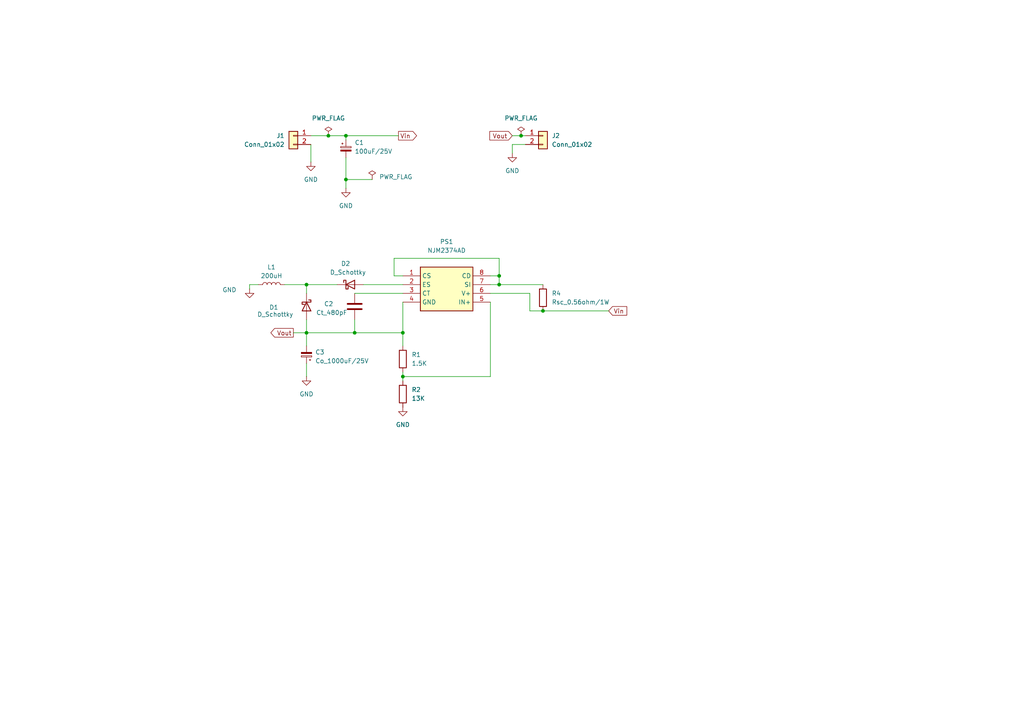
<source format=kicad_sch>
(kicad_sch (version 20231120) (generator "eeschema") (generator_version "8.0")
  (paper "A4")
  (lib_symbols
    (symbol "Connector_Generic:Conn_01x02" (pin_names (offset 1.016) hide)
      (property "Reference" "J" (at 0 2.54 0))
      (property "Value" "Conn_01x02" (at 0 -5.08 0))
      (symbol "Conn_01x02_1_1"
        (rectangle (start -1.27 -2.413) (end 0 -2.667) (stroke (width 0.1524)))
        (rectangle (start -1.27 0.127) (end 0 -0.127) (stroke (width 0.1524)))
        (rectangle (start -1.27 1.27) (end 1.27 -3.81) (stroke (width 0.254)) (fill (type background)))
        (pin passive line (at -5.08 0 0) (length 3.81) (name "Pin_1") (number "1"))
        (pin passive line (at -5.08 -2.54 0) (length 3.81) (name "Pin_2") (number "2"))
      )
    )
    (symbol "Device:C" (pin_numbers hide) (pin_names (offset 0.254))
      (property "Reference" "C" (at 0.635 2.54 0))
      (property "Value" "C" (at 0.635 -2.54 0))
      (symbol "C_0_1"
        (polyline (pts (xy -2.032 -0.762) (xy 2.032 -0.762)) (stroke (width 0.508)))
        (polyline (pts (xy -2.032 0.762) (xy 2.032 0.762)) (stroke (width 0.508)))
      )
      (symbol "C_1_1"
        (pin passive line (at 0 3.81 270) (length 2.794) (name "~") (number "1"))
        (pin passive line (at 0 -3.81 90) (length 2.794) (name "~") (number "2"))
      )
    )
    (symbol "Device:C_Polarized_Small" (pin_numbers hide) (pin_names (offset 0.254) hide)
      (property "Reference" "C" (at 0.254 1.778 0))
      (property "Value" "C_Polarized_Small" (at 0.254 -2.032 0))
      (symbol "C_Polarized_Small_0_1"
        (rectangle (start -1.524 -0.3048) (end 1.524 -0.6858) (fill (type outline)))
        (rectangle (start -1.524 0.6858) (end 1.524 0.3048))
        (polyline (pts (xy -1.27 1.524) (xy -0.762 1.524)))
        (polyline (pts (xy -1.016 1.27) (xy -1.016 1.778)))
      )
      (symbol "C_Polarized_Small_1_1"
        (pin passive line (at 0 2.54 270) (length 1.8542) (name "~") (number "1"))
        (pin passive line (at 0 -2.54 90) (length 1.8542) (name "~") (number "2"))
      )
    )
    (symbol "Device:D_Schottky" (pin_numbers hide) (pin_names (offset 1.016) hide)
      (property "Reference" "D" (at 0 2.54 0))
      (property "Value" "D_Schottky" (at 0 -2.54 0))
      (symbol "D_Schottky_0_1"
        (polyline (pts (xy 1.27 0) (xy -1.27 0)))
        (polyline (pts (xy 1.27 1.27) (xy 1.27 -1.27) (xy -1.27 0) (xy 1.27 1.27)) (stroke (width 0.254)))
        (polyline (pts (xy -1.905 0.635) (xy -1.905 1.27) (xy -1.27 1.27) (xy -1.27 -1.27) (xy -0.635 -1.27) (xy -0.635 -0.635)) (stroke (width 0.254)))
      )
      (symbol "D_Schottky_1_1"
        (pin passive line (at -3.81 0 0) (length 2.54) (name "K") (number "1"))
        (pin passive line (at 3.81 0 180) (length 2.54) (name "A") (number "2"))
      )
    )
    (symbol "Device:L" (pin_numbers hide) (pin_names (offset 1.016) hide)
      (property "Reference" "L" (at -1.27 0 90))
      (property "Value" "L" (at 1.905 0 90))
      (symbol "L_0_1"
        (arc (start 0 -2.54) (mid 0.6323 -1.905) (end 0 -1.27))
        (arc (start 0 -1.27) (mid 0.6323 -0.635) (end 0 0))
        (arc (start 0 0) (mid 0.6323 0.635) (end 0 1.27))
        (arc (start 0 1.27) (mid 0.6323 1.905) (end 0 2.54))
      )
      (symbol "L_1_1"
        (pin passive line (at 0 3.81 270) (length 1.27) (name "1") (number "1"))
        (pin passive line (at 0 -3.81 90) (length 1.27) (name "2") (number "2"))
      )
    )
    (symbol "Device:R" (pin_numbers hide) (pin_names (offset 0))
      (property "Reference" "R" (at 2.032 0 90))
      (property "Value" "R" (at 0 0 90))
      (symbol "R_0_1"
        (rectangle (start -1.016 -2.54) (end 1.016 2.54) (stroke (width 0.254)))
      )
      (symbol "R_1_1"
        (pin passive line (at 0 3.81 270) (length 1.27) (name "~") (number "1"))
        (pin passive line (at 0 -3.81 90) (length 1.27) (name "~") (number "2"))
      )
    )
    (symbol "SamacSys_Parts:NJM2374AD"
      (property "Reference" "PS" (at 21.59 7.62 0))
      (property "Value" "NJM2374AD" (at 21.59 5.08 0))
      (symbol "NJM2374AD_1_1"
        (rectangle (start 5.08 2.54) (end 20.32 -10.16) (stroke (width 0.254)) (fill (type background)))
        (pin passive line (at 0 0 0) (length 5.08) (name "CS") (number "1"))
        (pin passive line (at 0 -2.54 0) (length 5.08) (name "ES") (number "2"))
        (pin passive line (at 0 -5.08 0) (length 5.08) (name "CT") (number "3"))
        (pin power_in line (at 0 -7.62 0) (length 5.08) (name "GND") (number "4"))
        (pin passive line (at 25.4 -7.62 180) (length 5.08) (name "IN+") (number "5"))
        (pin power_in line (at 25.4 -5.08 180) (length 5.08) (name "V+") (number "6"))
        (pin passive line (at 25.4 -2.54 180) (length 5.08) (name "SI") (number "7"))
        (pin passive line (at 25.4 0 180) (length 5.08) (name "CD") (number "8"))
      )
    )
    (symbol "power:GND" (power) (pin_numbers hide) (pin_names (offset 0) hide)
      (property "Value" "GND" (at 0 -3.81 0))
      (symbol "GND_0_1"
        (polyline (pts (xy 0 0) (xy 0 -1.27) (xy 1.27 -1.27) (xy 0 -2.54) (xy -1.27 -1.27) (xy 0 -1.27)))
      )
      (symbol "GND_1_1"
        (pin power_in line (at 0 0 270) (length 0) (name "~") (number "1"))
      )
    )
    (symbol "power:PWR_FLAG" (power) (pin_numbers hide) (pin_names (offset 0) hide)
      (property "Value" "PWR_FLAG" (at 0 3.81 0))
      (symbol "PWR_FLAG_0_0"
        (pin power_out line (at 0 0 90) (length 0) (name "~") (number "1"))
      )
      (symbol "PWR_FLAG_0_1"
        (polyline (pts (xy 0 0) (xy 0 1.27) (xy -1.016 1.905) (xy 0 2.54) (xy 1.016 1.905) (xy 0 1.27)))
      )
    )
  )
  (junction (at 100.33 52.07))
  (junction (at 88.9 96.52))
  (junction (at 116.84 96.52))
  (junction (at 151.13 39.37))
  (junction (at 102.87 96.52))
  (junction (at 100.33 39.37))
  (junction (at 157.48 90.17))
  (junction (at 116.84 109.22))
  (junction (at 88.9 82.55))
  (junction (at 95.25 39.37))
  (junction (at 144.78 82.55))
  (junction (at 144.78 80.01))
  (wire (pts (xy 72.39 82.55) (xy 74.93 82.55)))
  (wire (pts (xy 72.39 82.55) (xy 72.39 83.82)))
  (wire (pts (xy 151.13 39.37) (xy 152.4 39.37)))
  (wire (pts (xy 102.87 92.71) (xy 102.87 96.52)))
  (wire (pts (xy 100.33 52.07) (xy 100.33 54.61)))
  (wire (pts (xy 82.55 82.55) (xy 88.9 82.55)))
  (wire (pts (xy 144.78 82.55) (xy 157.48 82.55)))
  (wire (pts (xy 144.78 80.01) (xy 142.24 80.01)))
  (wire (pts (xy 152.4 41.91) (xy 148.59 41.91)))
  (wire (pts (xy 95.25 39.37) (xy 100.33 39.37)))
  (wire (pts (xy 114.3 74.93) (xy 144.78 74.93)))
  (wire (pts (xy 116.84 80.01) (xy 114.3 80.01)))
  (wire (pts (xy 157.48 90.17) (xy 176.53 90.17)))
  (wire (pts (xy 88.9 96.52) (xy 102.87 96.52)))
  (wire (pts (xy 148.59 39.37) (xy 151.13 39.37)))
  (wire (pts (xy 88.9 96.52) (xy 88.9 100.33)))
  (wire (pts (xy 144.78 82.55) (xy 144.78 80.01)))
  (wire (pts (xy 114.3 80.01) (xy 114.3 74.93)))
  (wire (pts (xy 153.67 90.17) (xy 157.48 90.17)))
  (wire (pts (xy 90.17 41.91) (xy 90.17 46.99)))
  (wire (pts (xy 102.87 85.09) (xy 116.84 85.09)))
  (wire (pts (xy 153.67 85.09) (xy 153.67 90.17)))
  (wire (pts (xy 144.78 74.93) (xy 144.78 80.01)))
  (wire (pts (xy 116.84 96.52) (xy 116.84 100.33)))
  (wire (pts (xy 100.33 39.37) (xy 115.57 39.37)))
  (wire (pts (xy 88.9 105.41) (xy 88.9 109.22)))
  (wire (pts (xy 148.59 41.91) (xy 148.59 44.45)))
  (wire (pts (xy 88.9 82.55) (xy 97.79 82.55)))
  (wire (pts (xy 116.84 87.63) (xy 116.84 96.52)))
  (wire (pts (xy 100.33 52.07) (xy 107.95 52.07)))
  (wire (pts (xy 142.24 85.09) (xy 153.67 85.09)))
  (wire (pts (xy 100.33 40.64) (xy 100.33 39.37)))
  (wire (pts (xy 116.84 107.95) (xy 116.84 109.22)))
  (wire (pts (xy 102.87 96.52) (xy 116.84 96.52)))
  (wire (pts (xy 116.84 109.22) (xy 116.84 110.49)))
  (wire (pts (xy 142.24 82.55) (xy 144.78 82.55)))
  (wire (pts (xy 142.24 109.22) (xy 142.24 87.63)))
  (wire (pts (xy 116.84 109.22) (xy 142.24 109.22)))
  (wire (pts (xy 85.09 96.52) (xy 88.9 96.52)))
  (wire (pts (xy 90.17 39.37) (xy 95.25 39.37)))
  (wire (pts (xy 100.33 45.72) (xy 100.33 52.07)))
  (wire (pts (xy 105.41 82.55) (xy 116.84 82.55)))
  (wire (pts (xy 88.9 92.71) (xy 88.9 96.52)))
  (wire (pts (xy 88.9 82.55) (xy 88.9 85.09)))
  (global_label "Vout" (shape input) (at 148.59 39.37 180) (property "Intersheetrefs" "${INTERSHEET_REFS}" (effects (hide yes))))
  (global_label "Vout" (shape output) (at 85.09 96.52 180) (property "Intersheetrefs" "${INTERSHEET_REFS}" (effects (hide yes))))
  (global_label "Vin" (shape input) (at 176.53 90.17 0) (property "Intersheetrefs" "${INTERSHEET_REFS}" (effects (hide yes))))
  (global_label "Vin" (shape output) (at 115.57 39.37 0) (property "Intersheetrefs" "${INTERSHEET_REFS}" (effects (hide yes))))
  (symbol (lib_id "power:GND") (at 116.84 118.11 0) (unit 1)
    (property "Reference" "#PWR05" (effects (hide yes)))
    (property "Value" "GND" (at 116.84 123.19 0))
    (property "Description" "Power symbol creates a global label with name \"GND\" , ground" (effects (hide yes)))
  )
  (symbol (lib_id "power:GND") (at 90.17 46.99 0) (unit 1)
    (property "Reference" "#PWR01" (effects (hide yes)))
    (property "Value" "GND" (at 90.17 52.07 0))
    (property "Description" "Power symbol creates a global label with name \"GND\" , ground" (effects (hide yes)))
  )
  (symbol (lib_id "Device:D_Schottky") (at 88.9 88.9 270) (unit 1)
    (property "Reference" "D1" (at 80.772 89.154 90) (effects (justify right)))
    (property "Value" "D_Schottky" (at 85.09 91.186 90) (effects (justify right)))
    (property "Footprint" "Diode_THT:D_DO-41_SOD81_P7.62mm_Horizontal" (effects (hide yes)))
    (property "Description" "Schottky diode" (effects (hide yes)))
  )
  (symbol (lib_id "Device:D_Schottky") (at 101.6 82.55 0) (unit 1)
    (property "Reference" "D2" (at 101.6 76.454 0) (effects (justify right)))
    (property "Value" "D_Schottky" (at 106.172 78.994 0) (effects (justify right)))
    (property "Footprint" "Diode_THT:D_DO-41_SOD81_P7.62mm_Horizontal" (effects (hide yes)))
    (property "Description" "Schottky diode" (effects (hide yes)))
  )
  (symbol (lib_id "Device:C") (at 102.87 88.9 180) (unit 1)
    (property "Reference" "C2" (at 93.98 88.138 0) (effects (justify right)))
    (property "Value" "Ct_480pF" (at 91.694 90.678 0) (effects (justify right)))
    (property "Footprint" "Capacitor_THT:C_Disc_D7.5mm_W2.5mm_P5.00mm" (effects (hide yes)))
    (property "Description" "Unpolarized capacitor" (effects (hide yes)))
  )
  (symbol (lib_id "SamacSys_Parts:NJM2374AD") (at 116.84 80.01 0) (unit 1)
    (property "Reference" "PS1" (at 129.54 70.104 0))
    (property "Value" "NJM2374AD" (at 129.54 72.644 0))
    (property "Footprint" "DIP762W56P254L880H425Q8N" (effects (hide yes)))
    (property "Datasheet" "https://componentsearchengine.com/Datasheets/1/NJM2374AD.pdf" (effects (hide yes)))
    (property "Description" "Switching Voltage Regulators PWM DC/DC" (effects (hide yes)))
    (property "Height" "4.25" (effects (hide yes)))
    (property "Manufacturer_Name" "New Japan Radio" (effects (hide yes)))
    (property "Manufacturer_Part_Number" "NJM2374AD" (effects (hide yes)))
    (property "Mouser Part Number" "513-NJM2374AD" (effects (hide yes)))
    (property "Mouser Price/Stock" "https://www.mouser.com/Search/Refine.aspx?Keyword=513-NJM2374AD" (effects (hide yes)))
  )
  (symbol (lib_id "power:GND") (at 88.9 109.22 0) (unit 1)
    (property "Reference" "#PWR06" (effects (hide yes)))
    (property "Value" "GND" (at 88.9 114.3 0))
    (property "Description" "Power symbol creates a global label with name \"GND\" , ground" (effects (hide yes)))
  )
  (symbol (lib_id "power:GND") (at 72.39 83.82 0) (unit 1)
    (property "Reference" "#PWR04" (effects (hide yes)))
    (property "Value" "GND" (at 66.548 84.074 0))
    (property "Description" "Power symbol creates a global label with name \"GND\" , ground" (effects (hide yes)))
  )
  (symbol (lib_id "power:PWR_FLAG") (at 151.13 39.37 0) (unit 1)
    (property "Reference" "#FLG02" (effects (hide yes)))
    (property "Value" "PWR_FLAG" (at 151.13 34.29 0))
    (property "Description" "Special symbol for telling ERC where power comes from" (effects (hide yes)))
  )
  (symbol (lib_id "power:GND") (at 100.33 54.61 0) (unit 1)
    (property "Reference" "#PWR02" (effects (hide yes)))
    (property "Value" "GND" (at 100.33 59.69 0))
    (property "Description" "Power symbol creates a global label with name \"GND\" , ground" (effects (hide yes)))
  )
  (symbol (lib_id "Device:R") (at 116.84 114.3 0) (unit 1)
    (property "Reference" "R2" (at 119.38 113.0299 0) (effects (justify left)))
    (property "Value" "13K" (at 119.38 115.5699 0) (effects (justify left)))
    (property "Footprint" "Resistor_THT:R_Axial_DIN0207_L6.3mm_D2.5mm_P10.16mm_Horizontal" (effects (hide yes)))
    (property "Description" "Resistor" (effects (hide yes)))
  )
  (symbol (lib_id "power:PWR_FLAG") (at 107.95 52.07 0) (unit 1)
    (property "Reference" "#FLG03" (effects (hide yes)))
    (property "Value" "PWR_FLAG" (at 114.808 51.308 0))
    (property "Description" "Special symbol for telling ERC where power comes from" (effects (hide yes)))
  )
  (symbol (lib_id "Device:C_Polarized_Small") (at 88.9 102.87 180) (unit 1)
    (property "Reference" "C3" (at 91.44 102.146 0) (effects (justify right)))
    (property "Value" "Co_1000uF/25V" (at 91.44 104.686 0) (effects (justify right)))
    (property "Footprint" "Capacitor_THT:CP_Radial_D5.0mm_P2.50mm" (effects (hide yes)))
    (property "Description" "Polarized capacitor, small symbol" (effects (hide yes)))
  )
  (symbol (lib_id "Device:L") (at 78.74 82.55 90) (unit 1)
    (property "Reference" "L1" (at 78.74 77.47 90))
    (property "Value" "200uH" (at 78.74 80.01 90))
    (property "Footprint" "Inductor_THT:L_Radial_D9.5mm_P5.00mm_Fastron_07HVP" (effects (hide yes)))
    (property "Description" "Inductor" (effects (hide yes)))
  )
  (symbol (lib_id "Device:R") (at 157.48 86.36 0) (unit 1)
    (property "Reference" "R4" (at 160.02 85.0899 0) (effects (justify left)))
    (property "Value" "Rsc_0.56ohm/1W" (at 160.02 87.6299 0) (effects (justify left)))
    (property "Footprint" "Resistor_THT:R_Axial_DIN0309_L9.0mm_D3.2mm_P12.70mm_Horizontal" (effects (hide yes)))
    (property "Description" "Resistor" (effects (hide yes)))
  )
  (symbol (lib_id "Connector_Generic:Conn_01x02") (at 157.48 39.37 0) (unit 1)
    (property "Reference" "J2" (at 160.02 39.3699 0) (effects (justify left)))
    (property "Value" "Conn_01x02" (at 160.02 41.9099 0) (effects (justify left)))
    (property "Footprint" "Connector_PinHeader_2.54mm:PinHeader_1x02_P2.54mm_Vertical" (effects (hide yes)))
    (property "Description" "Generic connector, single row, 01x02, script generated (kicad-library-utils/schlib/autogen/connector/)" (effects (hide yes)))
  )
  (symbol (lib_id "Device:C_Polarized_Small") (at 100.33 43.18 0) (unit 1)
    (property "Reference" "C1" (at 102.87 41.3638 0) (effects (justify left)))
    (property "Value" "100uF/25V" (at 102.87 43.9038 0) (effects (justify left)))
    (property "Footprint" "Capacitor_THT:CP_Radial_D5.0mm_P2.50mm" (effects (hide yes)))
    (property "Description" "Polarized capacitor, small symbol" (effects (hide yes)))
  )
  (symbol (lib_id "Connector_Generic:Conn_01x02") (at 85.09 39.37 0) (mirror y) (unit 1)
    (property "Reference" "J1" (at 82.55 39.3699 0) (effects (justify left)))
    (property "Value" "Conn_01x02" (at 82.55 41.9099 0) (effects (justify left)))
    (property "Footprint" "Connector_PinHeader_2.54mm:PinHeader_1x02_P2.54mm_Vertical" (effects (hide yes)))
    (property "Description" "Generic connector, single row, 01x02, script generated (kicad-library-utils/schlib/autogen/connector/)" (effects (hide yes)))
  )
  (symbol (lib_id "power:GND") (at 148.59 44.45 0) (unit 1)
    (property "Reference" "#PWR03" (effects (hide yes)))
    (property "Value" "GND" (at 148.59 49.53 0))
    (property "Description" "Power symbol creates a global label with name \"GND\" , ground" (effects (hide yes)))
  )
  (symbol (lib_id "Device:R") (at 116.84 104.14 0) (unit 1)
    (property "Reference" "R1" (at 119.38 102.8699 0) (effects (justify left)))
    (property "Value" "1.5K" (at 119.38 105.4099 0) (effects (justify left)))
    (property "Footprint" "Resistor_THT:R_Axial_DIN0207_L6.3mm_D2.5mm_P10.16mm_Horizontal" (effects (hide yes)))
    (property "Description" "Resistor" (effects (hide yes)))
  )
  (symbol (lib_id "power:PWR_FLAG") (at 95.25 39.37 0) (unit 1)
    (property "Reference" "#FLG01" (effects (hide yes)))
    (property "Value" "PWR_FLAG" (at 95.25 34.29 0))
    (property "Description" "Special symbol for telling ERC where power comes from" (effects (hide yes)))
  )
)
</source>
